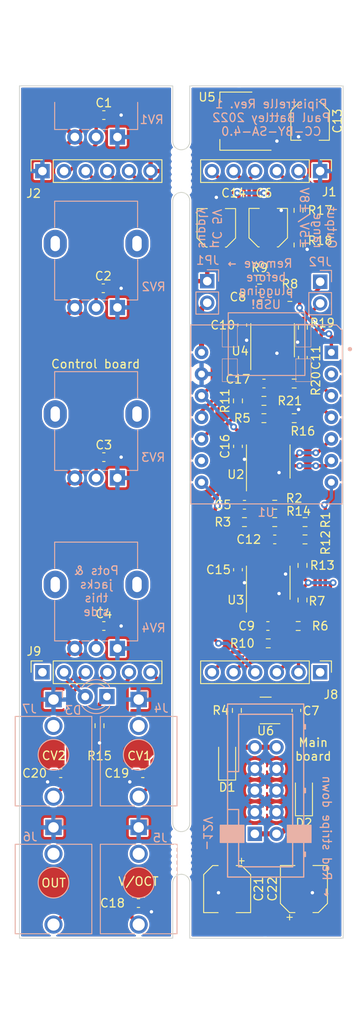
<source format=kicad_pcb>
(kicad_pcb (version 20211014) (generator pcbnew)
  (layers (0 "F.Cu" signal) (31 "B.Cu" signal) (34 "B.Paste" user) (35 "F.Paste" user) (36 "B.SilkS" user "B.Silkscreen") (37 "F.SilkS" user "F.Silkscreen") (38 "B.Mask" user) (39 "F.Mask" user) (44 "Edge.Cuts" user))
  (net 0 "")
  (net 1 "+12V")
  (net 2 "GND")
  (net 3 "+5V")
  (net 4 "/POT1_IN")
  (net 5 "/POT2_IN")
  (net 6 "/POT3_IN")
  (net 7 "/POT4_IN")
  (net 8 "/AUDIO_OUT")
  (net 9 "-12V")
  (net 10 "/VREF_-10")
  (net 11 "+3V3")
  (net 12 "/CV1_IN")
  (net 13 "/CV2_IN")
  (net 14 "/VOCT_IN")
  (net 15 "/JACK_VOCT")
  (net 16 "/JACK_CV1")
  (net 17 "/JACK_CV2")
  (net 18 "/JACK_OUT")
  (net 19 "Net-(C5-Pad1)")
  (net 20 "Net-(C8-Pad2)")
  (net 21 "Net-(C8-Pad1)")
  (net 22 "Net-(C9-Pad1)")
  (net 23 "Net-(C12-Pad1)")
  (net 29 "/CONN_LED")
  (net 30 "/LED")
  (net 31 "Net-(D3-Pad1)")
  (net 32 "GND1")
  (net 33 "/VBIAS")
  (net 34 "/CONN_CV1")
  (net 35 "/CONN_VOCT")
  (net 36 "/CONN_OUT")
  (net 37 "/CONN_CV2")
  (net 38 "/CONN_POT4")
  (net 39 "/CONN_POT2")
  (net 40 "/CONN_POT1")
  (net 41 "/CONN_3V3")
  (net 42 "/CONN_POT3")
  (net 44 "Net-(JP1-Pad2)")
  (net 45 "Net-(JP2-Pad2)")
  (net 46 "Net-(R16-Pad1)")
  (net 47 "Net-(U2-Pad6)")
  (net 48 "Net-(C17-Pad2)")
  (net 49 "Net-(C17-Pad1)")
  (net 52 "Net-(J3-Pad10)")
  (net 53 "Net-(J3-Pad1)")
  (footprint "Resistor_SMD:R_0603_1608Metric" (layer "F.Cu") (at 183.528 101.181 180)
    (fp_text reference "R1")
    (fp_text value "100k")
  )
  (footprint "Capacitor_SMD:C_0603_1608Metric" (layer "F.Cu") (at 178.704773 84.925)
    (fp_text reference "C17")
    (fp_text value "47p")
  )
  (footprint "Capacitor_SMD:CP_Elec_5x5.9" (layer "F.Cu") (at 183.401 144.234 90)
    (fp_text reference "C22")
    (fp_text value "22u")
  )
  (footprint "Resistor_SMD:R_0603_1608Metric" (layer "F.Cu") (at 178.194 72.733)
    (fp_text reference "R9")
    (fp_text value "100k")
  )
  (footprint "Resistor_SMD:R_0603_1608Metric" (layer "F.Cu") (at 179.972 101.181 180)
    (fp_text reference "R14")
    (fp_text value "56k")
  )
  (footprint "Capacitor_SMD:C_0603_1608Metric" (layer "F.Cu") (at 163.97 145.885)
    (fp_text reference "C18")
    (fp_text value "1n")
  )
  (footprint "Resistor_SMD:R_0603_1608Metric" (layer "F.Cu") (at 179.972 99.149 180)
    (fp_text reference "R2")
    (fp_text value "200k")
  )
  (footprint "Connector_PinSocket_2.54mm:PinSocket_1x06_P2.54mm_Vertical" (layer "F.Cu") (at 152.6964 60 90)
    (fp_text reference "J2")
    (fp_text value "C2F")
  )
  (footprint "Capacitor_SMD:C_0603_1608Metric" (layer "F.Cu") (at 154.8384 130.645 180)
    (fp_text reference "C20")
    (fp_text value "1n")
  )
  (footprint "Resistor_SMD:R_0603_1608Metric" (layer "F.Cu") (at 182.766 68.669 -90)
    (fp_text reference "R18")
    (fp_text value "200k")
  )
  (footprint "Capacitor_SMD:C_0603_1608Metric" (layer "F.Cu") (at 182.512 123.279 -90)
    (fp_text reference "C7")
    (fp_text value "100n")
  )
  (footprint "Personal:Mouse_bite_2x5mm" (layer "F.Cu") (at 169 60 90)
    (fp_text reference "mouse-bite-2x5mm" hide)
    (fp_text value "VAL**" hide)
  )
  (footprint "Resistor_SMD:R_0603_1608Metric" (layer "F.Cu") (at 178.702 88.989)
    (fp_text reference "R5")
    (fp_text value "100k")
  )
  (footprint "Resistor_SMD:R_0603_1608Metric" (layer "F.Cu") (at 182.258 84.925)
    (fp_text reference "R20")
    (fp_text value "20k")
  )
  (footprint "Capacitor_SMD:C_0603_1608Metric" (layer "F.Cu") (at 176.416 99.149 180)
    (fp_text reference "C5")
    (fp_text value "47p")
  )
  (footprint "Resistor_SMD:R_0603_1608Metric" (layer "F.Cu") (at 182.766 64.605 -90)
    (fp_text reference "R17")
    (fp_text value "330k")
  )
  (footprint "Capacitor_SMD:C_0603_1608Metric" (layer "F.Cu") (at 176.162 78.067 -90)
    (fp_text reference "C10")
    (fp_text value "100n")
  )
  (footprint "Capacitor_SMD:C_0603_1608Metric" (layer "F.Cu") (at 175.654 106.769 -90)
    (fp_text reference "C15")
    (fp_text value "100n")
  )
  (footprint "Resistor_SMD:R_0603_1608Metric" (layer "F.Cu") (at 182.258 88.989)
    (fp_text reference "R16")
    (fp_text value "100k")
  )
  (footprint "Capacitor_SMD:C_0603_1608Metric" (layer "F.Cu") (at 159.906 113.373)
    (fp_text reference "C4")
    (fp_text value "100n")
  )
  (footprint "Connector_PinHeader_2.54mm:PinHeader_1x06_P2.54mm_Vertical" (layer "F.Cu") (at 185.3 118.8 -90)
    (fp_text reference "J8")
    (fp_text value "C1M")
  )
  (footprint "Resistor_SMD:R_0603_1608Metric" (layer "F.Cu") (at 159.398 125.0692 -90)
    (fp_text reference "R15")
    (fp_text value "68")
  )
  (footprint "Resistor_SMD:R_0603_1608Metric" (layer "F.Cu") (at 179.21 115.405 180)
    (fp_text reference "R10")
    (fp_text value "33k")
  )
  (footprint "Resistor_SMD:R_0603_1608Metric" (layer "F.Cu") (at 175.527 123.279 90)
    (fp_text reference "R4")
    (fp_text value "2.2k")
  )
  (footprint "Capacitor_SMD:C_Elec_4x5.4" (layer "F.Cu") (at 184.1264 54.1199 -90)
    (fp_text reference "C13")
    (fp_text value "10u")
  )
  (footprint "Capacitor_SMD:C_0603_1608Metric" (layer "F.Cu") (at 178.194 74.765)
    (fp_text reference "C8")
    (fp_text value "47p")
  )
  (footprint "Capacitor_SMD:C_0603_1608Metric" (layer "F.Cu") (at 164.478 130.645 180)
    (fp_text reference "C19")
    (fp_text value "1n")
  )
  (footprint "Capacitor_SMD:C_Elec_4x5.4" (layer "F.Cu") (at 173.114 66.6573 90)
    (fp_text reference "C14")
    (fp_text value "10u")
  )
  (footprint "Connector_PinHeader_2.54mm:PinHeader_1x06_P2.54mm_Vertical" (layer "F.Cu") (at 185.3 60 -90)
    (fp_text reference "J1")
    (fp_text value "C2M")
  )
  (footprint "Package_SO:SOIC-8_3.9x4.9mm_P1.27mm" (layer "F.Cu") (at 179.21 108.293 90)
    (fp_text reference "U3")
    (fp_text value "MCP6002-xSN")
  )
  (footprint "Capacitor_SMD:C_0603_1608Metric" (layer "F.Cu") (at 159.8419 73.749)
    (fp_text reference "C2")
    (fp_text value "100n")
  )
  (footprint "Resistor_SMD:R_0603_1608Metric" (layer "F.Cu") (at 183.528 103.213 180)
    (fp_text reference "R12")
    (fp_text value "100k")
  )
  (footprint "Package_TO_SOT_SMD:SOT-223-3_TabPin2" (layer "F.Cu") (at 175.4392 54.139 180)
    (fp_text reference "U5")
    (fp_text value "LM1117-5.0")
  )
  (footprint "Connector_PinSocket_2.54mm:PinSocket_1x06_P2.54mm_Vertical" (layer "F.Cu") (at 152.6964 118.8 90)
    (fp_text reference "J9")
    (fp_text value "C1F")
  )
  (footprint "Capacitor_SMD:C_0603_1608Metric" (layer "F.Cu") (at 183.274 81.877 -90)
    (fp_text reference "C11")
    (fp_text value "100n")
  )
  (footprint "Resistor_SMD:R_0603_1608Metric" (layer "F.Cu") (at 181.75 74.765)
    (fp_text reference "R8")
    (fp_text value "100k")
  )
  (footprint "Resistor_SMD:R_0603_1608Metric" (layer "F.Cu") (at 183.23244 106.261 90)
    (fp_text reference "R13")
    (fp_text value "180k")
  )
  (footprint "Resistor_SMD:R_0603_1608Metric" (layer "F.Cu") (at 183.274 78.321 90)
    (fp_text reference "R19")
    (fp_text value "13k")
  )
  (footprint "Personal:Mouse_bite_2x5mm" (layer "F.Cu") (at 169 140 90)
    (fp_text reference "mouse-bite-2x5mm" hide)
    (fp_text value "VAL**" hide)
  )
  (footprint "Personal:SOD-123FL" (layer "F.Cu") (at 174.384 129.248 90)
    (fp_text reference "D1")
    (fp_text value "SM4007PL")
  )
  (footprint "Resistor_SMD:R_0603_1608Metric" (layer "F.Cu") (at 176.416 101.181 180)
    (fp_text reference "R3")
    (fp_text value "33k")
  )
  (footprint "Resistor_SMD:R_0603_1608Metric" (layer "F.Cu") (at 183.23244 110.325 -90)
    (fp_text reference "R7")
    (fp_text value "200k")
  )
  (footprint "Resistor_SMD:R_0603_1608Metric" (layer "F.Cu") (at 178.702 86.957)
    (fp_text reference "R21")
    (fp_text value "100k")
  )
  (footprint "Capacitor_SMD:C_0603_1608Metric" (layer "F.Cu") (at 179.16844 113.373 180)
    (fp_text reference "C9")
    (fp_text value "47p")
  )
  (footprint "Capacitor_SMD:C_0603_1608Metric" (layer "F.Cu") (at 179.972 103.213 180)
    (fp_text reference "C12")
    (fp_text value "47p")
  )
  (footprint "Capacitor_SMD:C_0603_1608Metric" (layer "F.Cu") (at 159.906 53.429)
    (fp_text reference "C1")
    (fp_text value "100n")
  )
  (footprint "Personal:SOD-123FL" (layer "F.Cu") (at 183.401 133.439 90)
    (fp_text reference "D2")
    (fp_text value "SM4007PL")
  )
  (footprint "Capacitor_SMD:C_Elec_4x5.4" (layer "F.Cu") (at 179.21 66.637 90)
    (fp_text reference "C6")
    (fp_text value "1u")
  )
  (footprint "Resistor_SMD:R_0603_1608Metric" (layer "F.Cu") (at 175.654 86.957 90)
    (fp_text reference "R11")
    (fp_text value "1k")
  )
  (footprint "Capacitor_SMD:CP_Elec_5x5.9" (layer "F.Cu") (at 174.384 144.24 -90)
    (fp_text reference "C21")
    (fp_text value "22u")
  )
  (footprint "Capacitor_SMD:C_0603_1608Metric" (layer "F.Cu") (at 175.654 92.291 -90)
    (fp_text reference "C16")
    (fp_text value "100n")
  )
  (footprint "Package_SO:SOIC-8_3.9x4.9mm_P1.27mm" (layer "F.Cu") (at 179.718 79.845 90)
    (fp_text reference "U4")
    (fp_text value "TL072")
  )
  (footprint "Capacitor_SMD:C_0603_1608Metric" (layer "F.Cu") (at 159.906 93.561)
    (fp_text reference "C3")
    (fp_text value "100n")
  )
  (footprint "Package_TO_SOT_SMD:SOT-23" (layer "F.Cu") (at 178.9029 123.279 180)
    (fp_text reference "U6")
    (fp_text value "LM4040DBZ-10")
  )
  (footprint "Resistor_SMD:R_0603_1608Metric" (layer "F.Cu") (at 182.72444 113.373 180)
    (fp_text reference "R6")
    (fp_text value "100k")
  )
  (footprint "Package_SO:SOIC-8_3.9x4.9mm_P1.27mm" (layer "F.Cu") (at 179.21 94.069 90)
    (fp_text reference "U2")
    (fp_text value "MCP6002-xSN")
  )
  (footprint "Personal:Seeeduino_XIAO_THT" (layer "B.Cu") (at 179 88.8874 180)
    (fp_text reference "U1")
    (fp_text value "SeeeduinoXIAO")
  )
  (footprint "Personal:Thonkiconn" (layer "B.Cu") (at 163.9964 137 180)
    (fp_text reference "J5")
    (fp_text value "V/OCT")
  )
  (footprint "Personal:Thonkiconn" (layer "B.Cu") (at 153.9964 137 180)
    (fp_text reference "J6")
    (fp_text value "OUT")
  )
  (footprint "Connector_PinHeader_2.54mm:PinHeader_1x02_P2.54mm_Vertical" (layer "B.Cu") (at 172.0472 72.9108 180)
    (fp_text reference "JP1")
    (fp_text value "5V")
  )
  (footprint "Personal:Thonkiconn" (layer "B.Cu") (at 163.9964 122 180)
    (fp_text reference "J4")
    (fp_text value "CV1")
  )
  (footprint "Personal:Eurorack_10_pin_header" (layer "B.Cu") (at 177.6352 137.757 90)
    (fp_text reference "J3" hide)
    (fp_text value "Eurorack Power")
  )
  (footprint "Personal:Thonkiconn" (layer "B.Cu") (at 153.9964 122 180)
    (fp_text reference "J7")
    (fp_text value "CV2")
  )
  (footprint "Connector_PinHeader_2.54mm:PinHeader_1x02_P2.54mm_Vertical" (layer "B.Cu") (at 185.306 72.982 180)
    (fp_text reference "JP2")
    (fp_text value "Output range")
  )
  (footprint "LED_THT:LED_D3.0mm" (layer "B.Cu") (at 160.2666 121.6534 180)
    (fp_text reference "D3")
    (fp_text value "LED")
  )
  (footprint "Personal:Alpha_9mm_Pot" (layer "B.Cu") (at 161.5 76 90)
    (fp_text reference "RV2")
    (fp_text value "B10k")
  )
  (footprint "Personal:Alpha_9mm_Pot" (layer "B.Cu") (at 161.5 116 90)
    (fp_text reference "RV4")
    (fp_text value "B10k")
  )
  (footprint "Personal:Alpha_9mm_Pot_Overhanging" (layer "B.Cu") (at 161.5 56 90)
    (fp_text reference "RV1")
    (fp_text value "B10k")
  )
  (footprint "Personal:Alpha_9mm_Pot" (layer "B.Cu") (at 161.5 96 90)
    (fp_text reference "RV3")
    (fp_text value "B10k")
  )
  (gr_line (start 150 50) (end 168 50) (layer "Edge.Cuts") (width 0.1))
  (gr_line (start 168 150) (end 150 150) (layer "Edge.Cuts") (width 0.1))
  (gr_arc (start 167.9992 63.5) (mid 168.9992 62.5) (end 169.9992 63.5) (layer "Edge.Cuts") (width 0.1))
  (gr_line (start 168 136.5) (end 167.9992 63.5) (layer "Edge.Cuts") (width 0.1))
  (gr_line (start 169.9992 56.5) (end 170 50) (layer "Edge.Cuts") (width 0.1))
  (gr_line (start 188 150) (end 188 50) (layer "Edge.Cuts") (width 0.1))
  (gr_arc (start 167.9992 143.5) (mid 168.9992 142.5) (end 169.9992 143.5) (layer "Edge.Cuts") (width 0.1))
  (gr_line (start 188 150) (end 170 150) (layer "Edge.Cuts") (width 0.1))
  (gr_arc (start 169.9992 56.5) (mid 168.9992 57.5) (end 167.9992 56.5) (layer "Edge.Cuts") (width 0.1))
  (gr_line (start 167.9992 143.5) (end 168 150) (layer "Edge.Cuts") (width 0.1))
  (gr_line (start 170 50) (end 188 50) (layer "Edge.Cuts") (width 0.1))
  (gr_line (start 150 150) (end 150 50) (layer "Edge.Cuts") (width 0.1))
  (gr_line (start 170 150) (end 169.9992 143.5) (layer "Edge.Cuts") (width 0.1))
  (gr_line (start 168 50) (end 167.9992 56.5) (layer "Edge.Cuts") (width 0.1))
  (gr_line (start 169.9992 63.5) (end 170 136.5) (layer "Edge.Cuts") (width 0.1))
  (gr_arc (start 170 136.5) (mid 169 137.5) (end 168 136.5) (layer "Edge.Cuts") (width 0.1))
  (gr_text "← Red stripe down" (at 186.0934 138.0872 270) (layer "B.SilkS") (effects (font (size 1 1) (thickness 0.1524)) (justify mirror)))
  (gr_text "Pots &\njacks\nthis\nside" (at 159.017 109.2836) (layer "B.SilkS") (effects (font (size 1 1) (thickness 0.1524)) (justify mirror)))
  (gr_text "µC 5V\nsupply" (at 172.352 69.177 270) (layer "B.SilkS") (effects (font (size 1 1) (thickness 0.1524)) (justify left mirror)))
  (gr_text "Output\nrange\n±5V/±8V" (at 185.052 69.177 270) (layer "B.SilkS") (effects (font (size 1 1) (thickness 0.1524)) (justify left mirror)))
  (gr_text "  Remove →\nbefore\nplugging\nUSB!" (at 178.956 73.241) (layer "B.SilkS") (effects (font (size 1 1) (thickness 0.1524)) (justify mirror)))
  (gr_text "Pipistrelle Rev. 1\nPaul Battley 2022\nCC-BY-SA-4.0" (at 179.5656 53.7338) (layer "B.SilkS") (effects (font (size 1 1) (thickness 0.1524)) (justify mirror)))
  (gr_text "OUT" (at 154.0132 143.5228) (layer "F.SilkS") (effects (font (size 1 1) (thickness 0.1524))))
  (gr_text "CV1" (at 164.0716 128.613) (layer "F.SilkS") (effects (font (size 1 1) (thickness 0.1524))))
  (gr_text "CV2" (at 154.0386 128.5876) (layer "F.SilkS") (effects (font (size 1 1) (thickness 0.1524))))
  (gr_text "V/OCT" (at 163.97 143.345) (layer "F.SilkS") (effects (font (size 1 1) (thickness 0.1524))))
  (gr_text "Main\nboard" (at 184.4932 127.851) (layer "F.SilkS") (effects (font (size 1 1) (thickness 0.1524))))
  (gr_text "Control board" (at 158.9408 82.639) (layer "F.SilkS") (effects (font (size 1 1) (thickness 0.1524))))
  (segment (start 176.162 77.292) (end 176.24 77.37) (width 0.4) (layer "F.Cu") (net 1))
  (segment (start 176.24 77.37) (end 177.813 77.37) (width 0.4) (layer "F.Cu") (net 1))
  (segment (start 178.5892 51.839) (end 178.8392 51.839) (width 0.4) (layer "F.Cu") (net 1))
  (segment (start 176.416 108.293) (end 176.403 108.293) (width 0.4) (layer "F.Cu") (net 2))
  (segment (start 184.1264 55.7949) (end 182.9401 55.7949) (width 0.4) (layer "F.Cu") (net 2))
  (segment (start 173.368 144.6658) (end 174.384 145.6818) (width 0.4) (layer "F.Cu") (net 2))
  (segment (start 181.115 105.818) (end 181.115 107.15) (width 0.25) (layer "F.Cu") (net 2))
  (segment (start 181.115 110.768) (end 181.115 110.198) (width 0.4) (layer "F.Cu") (net 2))
  (segment (start 183.465 69.494) (end 183.782 69.177) (width 0.4) (layer "F.Cu") (net 2))
  (segment (start 182.660744 80.488744) (end 183.274 81.102) (width 0.4) (layer "F.Cu") (net 2))
  (segment (start 180.377 64.962) (end 180.734 64.605) (width 0.4) (layer "F.Cu") (net 2))
  (segment (start 182.9401 55.7949) (end 182.766 55.969) (width 0.4) (layer "F.Cu") (net 2))
  (segment (start 178.5892 56.439) (end 180.188 56.439) (width 0.4) (layer "F.Cu") (net 2))
  (segment (start 183.401 145.6564) (end 183.401 147.034) (width 0.4) (layer "F.Cu") (net 2))
  (segment (start 176.67 79.845) (end 176.162 79.337) (width 0.4) (layer "F.Cu") (net 2))
  (segment (start 176.403 108.293) (end 175.654 107.544) (width 0.4) (layer "F.Cu") (net 2))
  (segment (start 180.226 81.369) (end 180.353 81.496) (width 0.4) (layer "F.Cu") (net 2))
  (segment (start 180.353 81.496) (end 180.353 82.32) (width 0.4) (layer "F.Cu") (net 2))
  (segment (start 176.416 93.815) (end 176.403 93.815) (width 0.4) (layer "F.Cu") (net 2))
  (segment (start 182.766 87.973) (end 183.083 88.29) (width 0.4) (layer "F.Cu") (net 2))
  (segment (start 179.21 64.962) (end 180.377 64.962) (width 0.4) (layer "F.Cu") (net 2))
  (segment (start 182.660744 80.07042) (end 182.660744 80.488744) (width 0.4) (layer "F.Cu") (net 2))
  (segment (start 173.114 64.9823) (end 173.114 63.081) (width 0.4) (layer "F.Cu") (net 2))
  (segment (start 176.403 93.815) (end 175.654 93.066) (width 0.4) (layer "F.Cu") (net 2))
  (segment (start 179.845 110.198) (end 180.48 109.563) (width 0.4) (layer "F.Cu") (net 2))
  (segment (start 184.3916 144.6658) (end 183.401 145.6564) (width 0.4) (layer "F.Cu") (net 2))
  (segment (start 181.115 96.0115) (end 181.115 96.544) (width 0.4) (layer "F.Cu") (net 2))
  (segment (start 183.083 88.29) (end 183.083 88.989) (width 0.4) (layer "F.Cu") (net 2))
  (segment (start 180.48 95.3765) (end 179.845 96.0115) (width 0.4) (layer "F.Cu") (net 2))
  (segment (start 180.188 56.439) (end 180.226 56.477) (width 0.4) (layer "F.Cu") (net 2))
  (segment (start 181.115 107.15) (end 181.242 107.277) (width 0.25) (layer "F.Cu") (net 2))
  (segment (start 179.845 96.0115) (end 179.845 96.544) (width 0.4) (layer "F.Cu") (net 2))
  (segment (start 176.162 79.337) (end 176.162 78.842) (width 0.4) (layer "F.Cu") (net 2))
  (segment (start 181.115 110.198) (end 180.48 109.563) (width 0.4) (layer "F.Cu") (net 2))
  (segment (start 182.766 69.494) (end 183.465 69.494) (width 0.4) (layer "F.Cu") (net 2))
  (segment (start 174.384 145.6818) (end 174.384 147.04) (width 0.4) (layer "F.Cu") (net 2))
  (segment (start 179.845 110.768) (end 179.845 110.198) (width 0.4) (layer "F.Cu") (net 2))
  (segment (start 180.48 95.3765) (end 181.115 96.0115) (width 0.4) (layer "F.Cu") (net 2))
  (via (at 180.48 109.563) (size 0.8) (drill 0.4) (layers "F.Cu" "B.Cu") (net 2))
  (via (at 173.114 63.081) (size 0.8) (drill 0.4) (layers "F.Cu" "B.Cu") (net 2))
  (via (at 176.416 108.293) (size 0.8) (drill 0.4) (layers "F.Cu" "B.Cu") (net 2))
  (via (at 173.368 144.6658) (size 0.8) (drill 0.4) (layers "F.Cu" "B.Cu") (net 2))
  (via (at 181.242 107.277) (size 0.8) (drill 0.4) (layers "F.Cu" "B.Cu") (net 2))
  (via (at 184.3916 144.6658) (size 0.8) (drill 0.4) (layers "F.Cu" "B.Cu") (net 2))
  (via (at 183.782 69.177) (size 0.8) (drill 0.4) (layers "F.Cu" "B.Cu") (net 2))
  (via (at 180.226 56.477) (size 0.8) (drill 0.4) (layers "F.Cu" "B.Cu") (net 2))
  (via (at 180.48 95.3765) (size 0.8) (drill 0.4) (layers "F.Cu" "B.Cu") (net 2))
  (via (at 182.766 55.969) (size 0.8) (drill 0.4) (layers "F.Cu" "B.Cu") (net 2))
  (via (at 180.226 81.369) (size 0.8) (drill 0.4) (layers "F.Cu" "B.Cu") (net 2))
  (via (at 176.67 79.845) (size 0.8) (drill 0.4) (layers "F.Cu" "B.Cu") (net 2))
  (via (at 176.416 93.815) (size 0.8) (drill 0.4) (layers "F.Cu" "B.Cu") (net 2))
  (via (at 180.734 64.605) (size 0.8) (drill 0.4) (layers "F.Cu" "B.Cu") (net 2))
  (via (at 182.766 87.973) (size 0.8) (drill 0.4) (layers "F.Cu" "B.Cu") (net 2))
  (via (at 182.660744 80.07042) (size 0.8) (drill 0.4) (layers "F.Cu" "B.Cu") (net 2))
  (segment (start 172.2892 54.139) (end 178.5892 54.139) (width 0.6) (layer "F.Cu") (net 3))
  (segment (start 171.38 88.8874) (end 171.38 88.183) (width 0.4) (layer "F.Cu") (net 4))
  (segment (start 173.896231 76.354619) (end 173.896231 71.782619) (width 0.4) (layer "F.Cu") (net 4))
  (segment (start 171.38 88.183) (end 173.24624 86.31676) (width 0.4) (layer "F.Cu") (net 4))
  (segment (start 176.3652 69.31365) (end 176.3652 61.2252) (width 0.4) (layer "F.Cu") (net 4))
  (segment (start 173.24624 77.00461) (end 173.896231 76.354619) (width 0.4) (layer "F.Cu") (net 4))
  (segment (start 173.896231 71.782619) (end 176.3652 69.31365) (width 0.4) (layer "F.Cu") (net 4))
  (segment (start 173.24624 86.31676) (end 173.24624 77.00461) (width 0.4) (layer "F.Cu") (net 4))
  (segment (start 176.3652 61.2252) (end 175.14 60) (width 0.4) (layer "F.Cu") (net 4))
  (segment (start 176.96472 60.976871) (end 177.68 60.261591) (width 0.4) (layer "F.Cu") (net 5))
  (segment (start 174.495751 72.030948) (end 176.96472 69.561979) (width 0.4) (layer "F.Cu") (net 5))
  (segment (start 174.495751 76.602948) (end 174.495751 72.030948) (width 0.4) (layer "F.Cu") (net 5))
  (segment (start 173.84576 77.25294) (end 174.495751 76.602948) (width 0.4) (layer "F.Cu") (net 5))
  (segment (start 177.68 60.261591) (end 177.68 60) (width 0.4) (layer "F.Cu") (net 5))
  (segment (start 172.606 90.2014) (end 172.606 87.80485) (width 0.4) (layer "F.Cu") (net 5))
  (segment (start 176.96472 69.561979) (end 176.96472 60.976871) (width 0.4) (layer "F.Cu") (net 5))
  (segment (start 173.84576 86.56509) (end 173.84576 77.25294) (width 0.4) (layer "F.Cu") (net 5))
  (segment (start 171.38 91.4274) (end 172.606 90.2014) (width 0.4) (layer "F.Cu") (net 5))
  (segment (start 172.606 87.80485) (end 173.84576 86.56509) (width 0.4) (layer "F.Cu") (net 5))
  (segment (start 183.134661 61.249511) (end 186.73848 64.85333) (width 0.4) (layer "F.Cu") (net 6))
  (segment (start 186.73848 76.67567) (end 184.820969 78.593181) (width 0.4) (layer "F.Cu") (net 6))
  (segment (start 184.820969 87.088369) (end 186.62 88.8874) (width 0.4) (layer "F.Cu") (net 6))
  (segment (start 186.73848 64.85333) (end 186.73848 76.67567) (width 0.4) (layer "F.Cu") (net 6))
  (segment (start 181.469511 61.249511) (end 183.134661 61.249511) (width 0.4) (layer "F.Cu") (net 6))
  (segment (start 184.820969 78.593181) (end 184.820969 87.088369) (width 0.4) (layer "F.Cu") (net 6))
  (segment (start 180.22 60) (end 181.469511 61.249511) (width 0.4) (layer "F.Cu") (net 6))
  (segment (start 182.76 60) (end 182.76 60.027) (width 0.4) (layer "F.Cu") (net 7))
  (segment (start 187.338 76.924) (end 186.986809 77.27519) (width 0.4) (layer "F.Cu") (net 7))
  (segment (start 187.338 64.605001) (end 187.338 76.924) (width 0.4) (layer "F.Cu") (net 7))
  (segment (start 182.76 60.027) (end 187.338 64.605001) (width 0.4) (layer "F.Cu") (net 7))
  (segment (start 186.986809 77.27519) (end 185.420489 78.841511) (width 0.4) (layer "F.Cu") (net 7))
  (segment (start 185.420489 85.147889) (end 186.62 86.3474) (width 0.4) (layer "F.Cu") (net 7))
  (segment (start 185.420489 78.841511) (end 185.420489 85.147889) (width 0.4) (layer "F.Cu") (net 7))
  (segment (start 182.89098 75.08098) (end 182.575 74.765) (width 0.4) (layer "F.Cu") (net 8))
  (segment (start 182.89098 76.035) (end 182.89098 75.08098) (width 0.4) (layer "F.Cu") (net 8))
  (segment (start 186.62 79.381) (end 186.322 79.083) (width 0.4) (layer "F.Cu") (net 8))
  (segment (start 186.62 81.2674) (end 186.62 79.381) (width 0.4) (layer "F.Cu") (net 8))
  (via (at 186.322 79.083) (size 0.8) (drill 0.4) (layers "F.Cu" "B.Cu") (net 8))
  (via (at 182.89098 76.035) (size 0.8) (drill 0.4) (layers "F.Cu" "B.Cu") (net 8))
  (segment (start 182.89098 76.289) (end 185.68498 79.083) (width 0.4) (layer "B.Cu") (net 8))
  (segment (start 185.68498 79.083) (end 186.322 79.083) (width 0.4) (layer "B.Cu") (net 8))
  (segment (start 182.89098 76.035) (end 182.89098 76.289) (width 0.4) (layer "B.Cu") (net 8))
  (segment (start 183.274 82.652) (end 181.955 82.652) (width 0.4) (layer "F.Cu") (net 9))
  (segment (start 181.955 82.652) (end 181.623 82.32) (width 0.4) (layer "F.Cu") (net 9))
  (segment (start 186.50504 114.283798) (end 184.009511 116.779327) (width 0.4) (layer "F.Cu") (net 10))
  (segment (start 184.10696 106.21148) (end 184.10696 104.987671) (width 0.4) (layer "F.Cu") (net 10))
  (segment (start 183.23244 109.5) (end 183.23244 108.96754) (width 0.4) (layer "F.Cu") (net 10))
  (segment (start 183.23244 107.086) (end 183.23244 107.61846) (width 0.4) (layer "F.Cu") (net 10))
  (segment (start 183.55348 100.69848) (end 182.004 99.149) (width 0.4) (layer "F.Cu") (net 10))
  (segment (start 184.009511 116.779327) (end 184.009511 121.006489) (width 0.4) (layer "F.Cu") (net 10))
  (segment (start 182.004 99.149) (end 180.797 99.149) (width 0.4) (layer "F.Cu") (net 10))
  (segment (start 184.009511 121.006489) (end 182.512 122.504) (width 0.4) (layer "F.Cu") (net 10))
  (segment (start 184.10696 104.987671) (end 183.55348 104.434191) (width 0.4) (layer "F.Cu") (net 10))
  (segment (start 183.23244 107.086) (end 184.10696 106.21148) (width 0.4) (layer "F.Cu") (net 10))
  (segment (start 183.23244 108.96754) (end 183.90698 108.293) (width 0.4) (layer "F.Cu") (net 10))
  (segment (start 175.652 122.329) (end 175.527 122.454) (width 0.4) (layer "F.Cu") (net 10))
  (segment (start 183.55348 104.434191) (end 183.55348 100.69848) (width 0.4) (layer "F.Cu") (net 10))
  (segment (start 183.23244 107.61846) (end 183.90698 108.293) (width 0.4) (layer "F.Cu") (net 10))
  (segment (start 186.83 108.293) (end 186.50504 108.61796) (width 0.4) (layer "F.Cu") (net 10))
  (segment (start 179.8404 122.329) (end 180.2961 122.329) (width 0.4) (layer "F.Cu") (net 10))
  (segment (start 179.8404 122.329) (end 175.652 122.329) (width 0.4) (layer "F.Cu") (net 10))
  (segment (start 186.50504 108.61796) (end 186.50504 114.283798) (width 0.4) (layer "F.Cu") (net 10))
  (via (at 183.90698 108.293) (size 0.8) (drill 0.4) (layers "F.Cu" "B.Cu") (net 10))
  (via (at 186.83 108.293) (size 0.8) (drill 0.4) (layers "F.Cu" "B.Cu") (net 10))
  (segment (start 183.90698 108.293) (end 186.83 108.293) (width 0.4) (layer "B.Cu") (net 10))
  (segment (start 175.76568 62.77298) (end 175.5657 62.573) (width 0.4) (layer "F.Cu") (net 11))
  (segment (start 175.76568 69.06532) (end 173.296711 71.534289) (width 0.4) (layer "F.Cu") (net 11))
  (segment (start 173.296711 76.106289) (end 172.64672 76.75628) (width 0.4) (layer "F.Cu") (net 11))
  (segment (start 174.03848 104.37848) (end 175.654 105.994) (width 0.4) (layer "F.Cu") (net 11))
  (segment (start 178.702 62.573) (end 181.559 62.573) (width 0.4) (layer "F.Cu") (net 11))
  (segment (start 172.64672 76.75628) (end 172.64672 85.08068) (width 0.4) (layer "F.Cu") (net 11))
  (segment (start 175.5657 62.573) (end 175.173 62.573) (width 0.4) (layer "F.Cu") (net 11))
  (segment (start 175.146 90.005) (end 175.654 90.513) (width 0.4) (layer "F.Cu") (net 11))
  (segment (start 173.296711 71.534289) (end 173.296711 76.106289) (width 0.4) (layer "F.Cu") (net 11))
  (segment (start 175.654 91.516) (end 175.654 91.529) (width 0.4) (layer "F.Cu") (net 11))
  (segment (start 175.654 91.529) (end 174.03848 93.14452) (width 0.4) (layer "F.Cu") (net 11))
  (segment (start 175.173 62.573) (end 172.6 60) (width 0.4) (layer "F.Cu") (net 11))
  (segment (start 175.654 91.516) (end 175.732 91.594) (width 0.4) (layer "F.Cu") (net 11))
  (segment (start 181.559 62.573) (end 182.766 63.78) (width 0.4) (layer "F.Cu") (net 11))
  (segment (start 175.654 105.994) (end 177.129 105.994) (width 0.4) (layer "F.Cu") (net 11))
  (segment (start 172.64672 85.08068) (end 171.38 86.3474) (width 0.4) (layer "F.Cu") (net 11))
  (segment (start 175.654 90.513) (end 175.654 91.516) (width 0.4) (layer "F.Cu") (net 11))
  (segment (start 175.732 91.594) (end 177.305 91.594) (width 0.4) (layer "F.Cu") (net 11))
  (segment (start 175.76568 69.06532) (end 175.76568 62.77298) (width 0.4) (layer "F.Cu") (net 11))
  (segment (start 177.305 89.561) (end 177.877 88.989) (width 0.4) (layer "F.Cu") (net 11))
  (segment (start 177.129 105.994) (end 177.305 105.818) (width 0.4) (layer "F.Cu") (net 11))
  (segment (start 177.305 91.594) (end 177.305 89.561) (width 0.4) (layer "F.Cu") (net 11))
  (segment (start 174.03848 93.14452) (end 174.03848 104.37848) (width 0.4) (layer "F.Cu") (net 11))
  (via (at 175.5657 62.573) (size 0.8) (drill 0.4) (layers "F.Cu" "B.Cu") (net 11))
  (via (at 175.146 90.005) (size 0.8) (drill 0.4) (layers "F.Cu" "B.Cu") (net 11))
  (via (at 178.702 62.573) (size 0.8) (drill 0.4) (layers "F.Cu" "B.Cu") (net 11))
  (segment (start 178.702 62.573) (end 175.5657 62.573) (width 0.4) (layer "B.Cu") (net 11))
  (segment (start 175.146 90.005) (end 171.4884 86.3474) (width 0.4) (layer "B.Cu") (net 11))
  (segment (start 171.4884 86.3474) (end 171.38 86.3474) (width 0.4) (layer "B.Cu") (net 11))
  (segment (start 177.305 110.768) (end 177.305 112.28456) (width 0.4) (layer "F.Cu") (net 12))
  (segment (start 177.305 112.28456) (end 178.39344 113.373) (width 0.4) (layer "F.Cu") (net 12))
  (segment (start 172.987 99.52798) (end 172.987 106.45) (width 0.4) (layer "F.Cu") (net 12))
  (segment (start 173.23898 99.276) (end 172.987 99.52798) (width 0.4) (layer "F.Cu") (net 12))
  (segment (start 178.385 115.405) (end 178.385 113.38144) (width 0.4) (layer "F.Cu") (net 12))
  (segment (start 172.987 106.45) (end 177.305 110.768) (width 0.4) (layer "F.Cu") (net 12))
  (segment (start 178.385 113.38144) (end 178.39344 113.373) (width 0.4) (layer "F.Cu") (net 12))
  (via (at 173.23898 99.276) (size 0.8) (drill 0.4) (layers "F.Cu" "B.Cu") (net 12))
  (segment (start 173.23898 98.36638) (end 171.38 96.5074) (width 0.4) (layer "B.Cu") (net 12))
  (segment (start 173.23898 99.276) (end 173.23898 98.36638) (width 0.4) (layer "B.Cu") (net 12))
  (segment (start 175.641 98.208) (end 177.305 96.544) (width 0.4) (layer "F.Cu") (net 13))
  (segment (start 178.2387 94.577) (end 177.305 95.5107) (width 0.4) (layer "F.Cu") (net 13))
  (segment (start 175.591 101.181) (end 175.641 101.131) (width 0.4) (layer "F.Cu") (net 13))
  (segment (start 175.641 101.131) (end 175.641 99.149) (width 0.4) (layer "F.Cu") (net 13))
  (segment (start 184.798 94.577) (end 186.0104 94.577) (width 0.4) (layer "F.Cu") (net 13))
  (segment (start 175.641 99.149) (end 175.641 98.208) (width 0.4) (layer "F.Cu") (net 13))
  (segment (start 177.305 95.5107) (end 177.305 96.544) (width 0.4) (layer "F.Cu") (net 13))
  (segment (start 182.893 94.577) (end 178.2387 94.577) (width 0.4) (layer "F.Cu") (net 13))
  (segment (start 186.0104 94.577) (end 186.62 93.9674) (width 0.4) (layer "F.Cu") (net 13))
  (via (at 184.798 94.577) (size 0.8) (drill 0.4) (layers "F.Cu" "B.Cu") (net 13))
  (via (at 182.893 94.577) (size 0.8) (drill 0.4) (layers "F.Cu" "B.Cu") (net 13))
  (segment (start 184.798 94.577) (end 182.893 94.577) (width 0.4) (layer "B.Cu") (net 13))
  (segment (start 179.197 101.231) (end 179.197 103.213) (width 0.4) (layer "F.Cu") (net 14))
  (segment (start 178.575 103.835) (end 178.575 105.818) (width 0.4) (layer "F.Cu") (net 14))
  (segment (start 182.893 93.053) (end 181.96852 93.97748) (width 0.4) (layer "F.Cu") (net 14))
  (segment (start 177.682618 104.44348) (end 178.575 105.335862) (width 0.4) (layer "F.Cu") (net 14))
  (segment (start 184.798 93.053) (end 184.9944 93.053) (width 0.4) (layer "F.Cu") (net 14))
  (segment (start 174.638 101.943) (end 177.13848 104.44348) (width 0.4) (layer "F.Cu") (net 14))
  (segment (start 177.13848 104.44348) (end 177.682618 104.44348) (width 0.4) (layer "F.Cu") (net 14))
  (segment (start 178.575 105.335862) (end 178.575 105.818) (width 0.4) (layer "F.Cu") (net 14))
  (segment (start 181.96852 93.97748) (end 177.99037 93.97748) (width 0.4) (layer "F.Cu") (net 14))
  (segment (start 179.147 101.181) (end 179.197 101.231) (width 0.4) (layer "F.Cu") (net 14))
  (segment (start 177.99037 93.97748) (end 174.638 97.32985) (width 0.4) (layer "F.Cu") (net 14))
  (segment (start 184.9944 93.053) (end 186.62 91.4274) (width 0.4) (layer "F.Cu") (net 14))
  (segment (start 174.638 97.32985) (end 174.638 101.943) (width 0.4) (layer "F.Cu") (net 14))
  (segment (start 179.197 103.213) (end 178.575 103.835) (width 0.4) (layer "F.Cu") (net 14))
  (via (at 184.798 93.053) (size 0.8) (drill 0.4) (layers "F.Cu" "B.Cu") (net 14))
  (via (at 182.893 93.053) (size 0.8) (drill 0.4) (layers "F.Cu" "B.Cu") (net 14))
  (segment (start 182.893 93.053) (end 184.798 93.053) (width 0.4) (layer "B.Cu") (net 14))
  (segment (start 176.91948 117.02052) (end 181.224769 117.02052) (width 0.4) (layer "F.Cu") (net 15))
  (segment (start 181.224769 117.02052) (end 184.70648 113.538809) (width 0.4) (layer "F.Cu") (net 15))
  (segment (start 184.70648 103.56648) (end 184.353 103.213) (width 0.4) (layer "F.Cu") (net 15))
  (segment (start 184.70648 113.538809) (end 184.70648 103.56648) (width 0.4) (layer "F.Cu") (net 15))
  (segment (start 175.14 118.8) (end 176.91948 117.02052) (width 0.4) (layer "F.Cu") (net 15))
  (segment (start 183.54944 113.847999) (end 180.976439 116.421) (width 0.4) (layer "F.Cu") (net 16))
  (segment (start 183.54944 113.373) (end 183.54944 113.847999) (width 0.4) (layer "F.Cu") (net 16))
  (segment (start 180.976439 116.421) (end 174.979 116.421) (width 0.4) (layer "F.Cu") (net 16))
  (segment (start 174.979 116.421) (end 172.6 118.8) (width 0.4) (layer "F.Cu") (net 16))
  (segment (start 180.293139 118.8) (end 180.22 118.8) (width 0.4) (layer "F.Cu") (net 17))
  (segment (start 185.306 102.134) (end 185.306 113.787139) (width 0.4) (layer "F.Cu") (net 17))
  (segment (start 185.306 113.787139) (end 180.293139 118.8) (width 0.4) (layer "F.Cu") (net 17))
  (segment (start 184.353 101.181) (end 185.306 102.134) (width 0.4) (layer "F.Cu") (net 17))
  (segment (start 174.346489 89.658546) (end 175.654 88.351035) (width 0.4) (layer "F.Cu") (net 18))
  (segment (start 175.654 88.351035) (end 175.654 87.782) (width 0.4) (layer "F.Cu") (net 18))
  (segment (start 173.43896 92.896191) (end 174.346489 91.988661) (width 0.4) (layer "F.Cu") (net 18))
  (segment (start 174.346489 91.988661) (end 174.346489 89.658546) (width 0.4) (layer "F.Cu") (net 18))
  (segment (start 172.352 98.895) (end 173.43896 97.80804) (width 0.4) (layer "F.Cu") (net 18))
  (segment (start 172.352 114.389) (end 172.352 98.895) (width 0.4) (layer "F.Cu") (net 18))
  (segment (start 173.368 115.405) (end 172.352 114.389) (width 0.4) (layer "F.Cu") (net 18))
  (segment (start 173.43896 97.80804) (end 173.43896 92.896191) (width 0.4) (layer "F.Cu") (net 18))
  (via (at 173.368 115.405) (size 0.8) (drill 0.4) (layers "F.Cu" "B.Cu") (net 18))
  (segment (start 177.68 118.701) (end 177.68 118.8) (width 0.4) (layer "B.Cu") (net 18))
  (segment (start 173.368 115.405) (end 174.384 115.405) (width 0.4) (layer "B.Cu") (net 18))
  (segment (start 174.384 115.405) (end 177.68 118.701) (width 0.4) (layer "B.Cu") (net 18))
  (segment (start 179.006 99.149) (end 178.575 98.718) (width 0.4) (layer "F.Cu") (net 19))
  (segment (start 180.08452 100.02352) (end 179.21 99.149) (width 0.4) (layer "F.Cu") (net 19))
  (segment (start 177.241 101.181) (end 177.191 101.131) (width 0.4) (layer "F.Cu") (net 19))
  (segment (start 178.144 99.149) (end 177.191 99.149) (width 0.4) (layer "F.Cu") (net 19))
  (segment (start 181.766519 100.02352) (end 180.08452 100.02352) (width 0.4) (layer "F.Cu") (net 19))
  (segment (start 178.575 96.544) (end 178.575 98.718) (width 0.4) (layer "F.Cu") (net 19))
  (segment (start 177.521 99.479) (end 177.89 99.479) (width 0.4) (layer "F.Cu") (net 19))
  (segment (start 179.21 99.149) (end 179.147 99.149) (width 0.4) (layer "F.Cu") (net 19))
  (segment (start 179.147 99.149) (end 179.006 99.149) (width 0.4) (layer "F.Cu") (net 19))
  (segment (start 182.703 101.181) (end 182.703 100.960001) (width 0.4) (layer "F.Cu") (net 19))
  (segment (start 178.575 98.718) (end 178.144 99.149) (width 0.4) (layer "F.Cu") (net 19))
  (segment (start 182.703 100.960001) (end 181.766519 100.02352) (width 0.4) (layer "F.Cu") (net 19))
  (segment (start 177.191 101.131) (end 177.191 99.149) (width 0.4) (layer "F.Cu") (net 19))
  (segment (start 177.191 99.149) (end 177.521 99.479) (width 0.4) (layer "F.Cu") (net 19))
  (segment (start 180.353 77.37) (end 180.353 76.33015) (width 0.4) (layer "F.Cu") (net 20))
  (segment (start 179.019 72.859) (end 180.925 74.765) (width 0.4) (layer "F.Cu") (net 20))
  (segment (start 179.019 72.733) (end 179.019 74.715) (width 0.4) (layer "F.Cu") (net 20))
  (segment (start 179.019 72.733) (end 179.019 72.859) (width 0.4) (layer "F.Cu") (net 20))
  (segment (start 178.969 74.94615) (end 178.969 74.765) (width 0.4) (layer "F.Cu") (net 20))
  (segment (start 180.353 76.33015) (end 178.969 74.94615) (width 0.4) (layer "F.Cu") (net 20))
  (segment (start 179.019 74.715) (end 178.969 74.765) (width 0.4) (layer "F.Cu") (net 20))
  (segment (start 183.69048 75.23502) (end 183.69048 77.07952) (width 0.4) (layer "F.Cu") (net 21))
  (segment (start 177.369 72.733) (end 177.419 72.783) (width 0.4) (layer "F.Cu") (net 21))
  (segment (start 183.274 77.496) (end 181.51748 79.25252) (width 0.4) (layer "F.Cu") (net 21))
  (segment (start 177.419 72.783) (end 177.419 74.765) (width 0.4) (layer "F.Cu") (net 21))
  (segment (start 179.975382 79.25252) (end 179.083 78.360138) (width 0.4) (layer "F.Cu") (net 21))
  (segment (start 179.083 77.37) (end 179.083 76.67) (width 0.4) (layer "F.Cu") (net 21))
  (segment (start 181.51748 79.25252) (end 179.975382 79.25252) (width 0.4) (layer "F.Cu") (net 21))
  (segment (start 179.083 76.67) (end 177.419 75.006) (width 0.4) (layer "F.Cu") (net 21))
  (segment (start 185.306 72.982) (end 185.306 73.6195) (width 0.4) (layer "F.Cu") (net 21))
  (segment (start 177.419 75.006) (end 177.419 74.765) (width 0.4) (layer "F.Cu") (net 21))
  (segment (start 179.083 78.360138) (end 179.083 77.37) (width 0.4) (layer "F.Cu") (net 21))
  (segment (start 183.69048 77.07952) (end 183.274 77.496) (width 0.4) (layer "F.Cu") (net 21))
  (segment (start 185.306 73.6195) (end 183.69048 75.23502) (width 0.4) (layer "F.Cu") (net 21))
  (segment (start 178.575 112.00456) (end 179.94344 113.373) (width 0.4) (layer "F.Cu") (net 22))
  (segment (start 183.23244 112.04) (end 181.89944 113.373) (width 0.4) (layer "F.Cu") (net 22))
  (segment (start 179.94344 113.373) (end 181.89944 113.373) (width 0.4) (layer "F.Cu") (net 22))
  (segment (start 183.23244 111.15) (end 183.23244 112.04) (width 0.4) (layer "F.Cu") (net 22))
  (segment (start 178.575 110.768) (end 178.575 112.00456) (width 0.4) (layer "F.Cu") (net 22))
  (segment (start 179.94344 115.31344) (end 180.035 115.405) (width 0.4) (layer "F.Cu") (net 22))
  (segment (start 179.94344 113.373) (end 179.94344 115.31344) (width 0.4) (layer "F.Cu") (net 22))
  (segment (start 180.797 101.181) (end 180.797 103.163) (width 0.4) (layer "F.Cu") (net 23))
  (segment (start 182.703 103.213) (end 182.703 104.90656) (width 0.4) (layer "F.Cu") (net 23))
  (segment (start 182.703 104.90656) (end 183.23244 105.436) (width 0.4) (layer "F.Cu") (net 23))
  (segment (start 180.747 103.213) (end 179.845 104.115) (width 0.4) (layer "F.Cu") (net 23))
  (segment (start 179.845 104.115) (end 179.845 105.818) (width 0.4) (layer "F.Cu") (net 23))
  (segment (start 180.747 103.213) (end 182.703 103.213) (width 0.4) (layer "F.Cu") (net 23))
  (segment (start 180.797 103.163) (end 180.747 103.213) (width 0.4) (layer "F.Cu") (net 23))
  (segment (start 155.2364 119.1632) (end 157.7266 121.6534) (width 0.4) (layer "B.Cu") (net 29))
  (segment (start 155.2364 118.8) (end 155.2364 119.1632) (width 0.4) (layer "B.Cu") (net 29))
  (segment (start 185.814 99.149) (end 185.90552 99.24052) (width 0.4) (layer "F.Cu") (net 30))
  (segment (start 185.90552 99.24052) (end 185.90552 114.035469) (width 0.4) (layer "F.Cu") (net 30))
  (segment (start 182.76 117.180989) (end 182.76 118.8) (width 0.4) (layer "F.Cu") (net 30))
  (segment (start 182.76 117.180989) (end 185.90552 114.035469) (width 0.4) (layer "F.Cu") (net 30))
  (via (at 185.814 99.149) (size 0.8) (drill 0.4) (layers "F.Cu" "B.Cu") (net 30))
  (segment (start 186.62 98.343) (end 185.814 99.149) (width 0.4) (layer "B.Cu") (net 30))
  (segment (start 186.62 96.5074) (end 186.62 98.343) (width 0.4) (layer "B.Cu") (net 30))
  (segment (start 159.398 124.2442) (end 159.398 122.522) (width 0.4) (layer "F.Cu") (net 31))
  (segment (start 159.398 122.522) (end 160.2666 121.6534) (width 0.4) (layer "F.Cu") (net 31))
  (segment (start 154.0634 130.645) (end 154.0634 130.8996) (width 0.4) (layer "F.Cu") (net 32))
  (segment (start 154.0634 130.8996) (end 153.302 131.661) (width 0.4) (layer "F.Cu") (net 32))
  (segment (start 160.681 113.373) (end 161.938 113.373) (width 0.4) (layer "F.Cu") (net 32))
  (segment (start 160.681 93.561) (end 161.938 93.561) (width 0.4) (layer "F.Cu") (net 32))
  (segment (start 162.954 131.661) (end 163.703 130.912) (width 0.4) (layer "F.Cu") (net 32))
  (segment (start 159.398 125.8942) (end 159.398 127.089) (width 0.4) (layer "F.Cu") (net 32))
  (segment (start 164.745 146.152) (end 165.494 146.901) (width 0.4) (layer "F.Cu") (net 32))
  (segment (start 160.6169 73.749) (end 161.938 73.749) (width 0.4) (layer "F.Cu") (net 32))
  (segment (start 163.703 130.912) (end 163.703 130.645) (width 0.4) (layer "F.Cu") (net 32))
  (segment (start 161.938 53.429) (end 160.681 53.429) (width 0.4) (layer "F.Cu") (net 32))
  (segment (start 164.745 145.885) (end 164.745 146.152) (width 0.4) (layer "F.Cu") (net 32))
  (via (at 161.938 113.373) (size 0.8) (drill 0.4) (layers "F.Cu" "B.Cu") (net 32))
  (via (at 153.302 131.661) (size 0.8) (drill 0.4) (layers "F.Cu" "B.Cu") (net 32))
  (via (at 161.938 73.749) (size 0.8) (drill 0.4) (layers "F.Cu" "B.Cu") (net 32))
  (via (at 161.938 93.561) (size 0.8) (drill 0.4) (layers "F.Cu" "B.Cu") (net 32))
  (via (at 162.954 131.661) (size 0.8) (drill 0.4) (layers "F.Cu" "B.Cu") (net 32))
  (via (at 165.494 146.901) (size 0.8) (drill 0.4) (layers "F.Cu" "B.Cu") (net 32))
  (via (at 159.398 127.089) (size 0.8) (drill 0.4) (layers "F.Cu" "B.Cu") (net 32))
  (via (at 161.938 53.429) (size 0.8) (drill 0.4) (layers "F.Cu" "B.Cu") (net 32))
  (segment (start 182.298 68.312) (end 182.766 67.844) (width 0.4) (layer "F.Cu") (net 33))
  (segment (start 179.21 68.312) (end 182.298 68.312) (width 0.4) (layer "F.Cu") (net 33))
  (segment (start 179.21 68.312) (end 181.77548 70.87748) (width 0.4) (layer "F.Cu") (net 33))
  (segment (start 182.766 67.844) (end 182.766 65.43) (width 0.4) (layer "F.Cu") (net 33))
  (segment (start 181.77548 77.21752) (end 181.623 77.37) (width 0.4) (layer "F.Cu") (net 33))
  (segment (start 181.77548 70.87748) (end 181.77548 77.21752) (width 0.4) (layer "F.Cu") (net 33))
  (segment (start 166.5354 128.2326) (end 166.5354 119.939) (width 0.4) (layer "F.Cu") (net 34))
  (segment (start 165.5708 129.1972) (end 166.5354 128.2326) (width 0.4) (layer "F.Cu") (net 34))
  (segment (start 166.5354 119.939) (end 165.3964 118.8) (width 0.4) (layer "F.Cu") (net 34))
  (segment (start 165.5708 129.1972) (end 165.5708 131.8256) (width 0.4) (layer "F.Cu") (net 34))
  (segment (start 165.5708 131.8256) (end 163.9964 133.4) (width 0.4) (layer "F.Cu") (net 34))
  (segment (start 161.43 124.5164) (end 161.43 144.12) (width 0.4) (layer "F.Cu") (net 35))
  (segment (start 162.631889 123.314511) (end 161.43 124.5164) (width 0.4) (layer "F.Cu") (net 35))
  (segment (start 161.43 144.12) (end 163.195 145.885) (width 0.4) (layer "F.Cu") (net 35))
  (segment (start 162.631889 119.791111) (end 162.631889 123.314511) (width 0.4) (layer "F.Cu") (net 35))
  (segment (start 163.195 147.5986) (end 163.9964 148.4) (width 0.4) (layer "F.Cu") (net 35))
  (segment (start 162.841559 119.581441) (end 162.631889 119.791111) (width 0.4) (layer "F.Cu") (net 35))
  (segment (start 163.195 145.885) (end 163.195 147.5986) (width 0.4) (layer "F.Cu") (net 35))
  (segment (start 162.841559 118.809) (end 162.841559 119.581441) (width 0.4) (layer "F.Cu") (net 35))
  (segment (start 156.28912 121.11433) (end 156.28912 124.07207) (width 0.4) (layer "F.Cu") (net 36))
  (segment (start 157.366 125.148951) (end 157.366 135.63572) (width 0.4) (layer "F.Cu") (net 36))
  (segment (start 156.28912 124.07207) (end 157.366 125.148951) (width 0.4) (layer "F.Cu") (net 36))
  (segment (start 156.515689 136.486031) (end 156.515689 145.884311) (width 0.4) (layer "F.Cu") (net 36))
  (segment (start 160.301559 118.809) (end 158.75667 120.353889) (width 0.4) (layer "F.Cu") (net 36))
  (segment (start 158.75667 120.353889) (end 157.049561 120.353889) (width 0.4) (layer "F.Cu") (net 36))
  (segment (start 157.366 135.63572) (end 156.515689 136.486031) (width 0.4) (layer "F.Cu") (net 36))
  (segment (start 156.515689 145.884311) (end 154 148.4) (width 0.4) (layer "F.Cu") (net 36))
  (segment (start 157.049561 120.353889) (end 156.28912 121.11433) (width 0.4) (layer "F.Cu") (net 36))
  (segment (start 155.6896 131.7104) (end 154 133.4) (width 0.4) (layer "F.Cu") (net 37))
  (segment (start 155.6896 120.866) (end 155.6896 131.7104) (width 0.4) (layer "F.Cu") (net 37))
  (segment (start 157.7466 118.809) (end 155.6896 120.866) (width 0.4) (layer "F.Cu") (net 37))
  (segment (start 157.761559 118.809) (end 157.7466 118.809) (width 0.4) (layer "F.Cu") (net 37))
  (segment (start 159.0048 55.9952) (end 159 56) (width 0.4) (layer "F.Cu") (net 38))
  (segment (start 159 56.8628) (end 155.8628 60) (width 0.4) (layer "F.Cu") (net 38))
  (segment (start 155.8628 60) (end 155.19 60) (width 0.4) (layer "F.Cu") (net 38))
  (segment (start 159.0048 53.1496) (end 159.0048 55.9952) (width 0.4) (layer "F.Cu") (net 38))
  (segment (start 159 82.4152) (end 159 96) (width 0.4) (layer "F.Cu") (net 39))
  (segment (start 161.12 70.532907) (end 163.8562 73.269107) (width 0.4) (layer "F.Cu") (net 39))
  (segment (start 161.12 60.85) (end 161.12 70.532907) (width 0.4) (layer "F.Cu") (net 39))
  (segment (start 160.27 60) (end 161.12 60.85) (width 0.4) (layer "F.Cu") (net 39))
  (segment (start 163.8562 77.559) (end 159 82.4152) (width 0.4) (layer "F.Cu") (net 39))
  (segment (start 163.8562 73.269107) (end 163.8562 77.559) (width 0.4) (layer "F.Cu") (net 39))
  (segment (start 162.81 60) (end 166.51 63.7) (width 0.4) (layer "F.Cu") (net 40))
  (segment (start 159 108.0438) (end 159 116) (width 0.4) (layer "F.Cu") (net 40))
  (segment (start 166.51 100.5338) (end 159 108.0438) (width 0.4) (layer "F.Cu") (net 40))
  (segment (start 166.51 63.7) (end 166.51 100.5338) (width 0.4) (layer "F.Cu") (net 40))
  (segment (start 156.5 56) (end 156.5 56.0354) (width 0.4) (layer "F.Cu") (net 41))
  (segment (start 156.5 56.0354) (end 156.4394 56.096) (width 0.4) (layer "F.Cu") (net 41))
  (segment (start 159 61.2236) (end 157.7764 60) (width 0.4) (layer "F.Cu") (net 42))
  (segment (start 159 76) (end 159 61.2236) (width 0.4) (layer "F.Cu") (net 42))
  (segment (start 172.0472 75.4508) (end 171.38 76.118) (width 0.4) (layer "F.Cu") (net 44))
  (segment (start 171.38 76.118) (end 171.38 81.2674) (width 0.6) (layer "F.Cu") (net 44))
  (segment (start 184.221449 83.809401) (end 184.221449 80.093449) (width 0.4) (layer "F.Cu") (net 45))
  (segment (start 183.083 84.925) (end 183.10585 84.925) (width 0.4) (layer "F.Cu") (net 45))
  (segment (start 184.221449 80.093449) (end 183.274 79.146) (width 0.4) (layer "F.Cu") (net 45))
  (segment (start 183.10585 84.925) (end 184.221449 83.809401) (width 0.4) (layer "F.Cu") (net 45))
  (segment (start 184.29 78.13) (end 183.274 79.146) (width 0.4) (layer "F.Cu") (net 45))
  (segment (start 185.306 75.522) (end 184.29 76.538) (width 0.4) (layer "F.Cu") (net 45))
  (segment (start 184.29 76.538) (end 184.29 78.13) (width 0.4) (layer "F.Cu") (net 45))
  (segment (start 179.527 88.989) (end 181.433 88.989) (width 0.4) (layer "F.Cu") (net 46))
  (segment (start 181.115 91.594) (end 181.115 90.577) (width 0.4) (layer "F.Cu") (net 46))
  (segment (start 181.115 90.577) (end 179.527 88.989) (width 0.4) (layer "F.Cu") (net 46))
  (segment (start 178.575 91.594) (end 179.845 91.594) (width 0.4) (layer "F.Cu") (net 47))
  (segment (start 179.083 82.32) (end 179.083 84.528227) (width 0.4) (layer "F.Cu") (net 48))
  (segment (start 179.527 86.957) (end 179.527 84.972227) (width 0.4) (layer "F.Cu") (net 48))
  (segment (start 179.527 84.972227) (end 179.479773 84.925) (width 0.4) (layer "F.Cu") (net 48))
  (segment (start 179.083 84.528227) (end 179.479773 84.925) (width 0.4) (layer "F.Cu") (net 48))
  (segment (start 181.433 84.925) (end 179.479773 84.925) (width 0.4) (layer "F.Cu") (net 48))
  (segment (start 176.799773 84.303) (end 177.421773 84.925) (width 0.4) (layer "F.Cu") (net 49))
  (segment (start 177.813 82.32) (end 176.799773 83.333227) (width 0.4) (layer "F.Cu") (net 49))
  (segment (start 177.421773 84.925) (end 177.929773 84.925) (width 0.4) (layer "F.Cu") (net 49))
  (segment (start 177.877 86.957) (end 177.877 84.977773) (width 0.4) (layer "F.Cu") (net 49))
  (segment (start 177.877 84.977773) (end 177.929773 84.925) (width 0.4) (layer "F.Cu") (net 49))
  (segment (start 175.654 86.132) (end 175.654 85.448773) (width 0.4) (layer "F.Cu") (net 49))
  (segment (start 175.654 85.448773) (end 176.799773 84.303) (width 0.4) (layer "F.Cu") (net 49))
  (segment (start 176.799773 83.333227) (end 176.799773 84.303) (width 0.4) (layer "F.Cu") (net 49))
  (segment (start 180.1752 127.597) (end 177.6352 127.597) (width 0.6) (layer "F.Cu") (net 52))
  (segment (start 174.46 127.597) (end 174.384 127.673) (width 0.6) (layer "F.Cu") (net 52))
  (segment (start 177.6352 127.597) (end 174.46 127.597) (width 0.6) (layer "F.Cu") (net 52))
  (segment (start 180.1752 137.757) (end 180.658 137.757) (width 0.6) (layer "F.Cu") (net 53))
  (segment (start 177.6352 137.757) (end 180.1752 137.757) (width 0.6) (layer "F.Cu") (net 53))
  (segment (start 180.658 137.757) (end 183.401 135.014) (width 0.6) (layer "F.Cu") (net 53))
  (zone (net 9) (net_name "-12V") (layer "F.Cu") (connect_pads (clearance 0.2)) (min_thickness 0.2) (fill yes (thermal_gap 0.508) (thermal_bridge_width 0.508))
    (polygon (pts (xy 188.862 150.940505) (xy 178.956 150.940505) (xy 178.956 122.517) (xy 182.639 122.517) (xy 184.036 121.12) (xy 184.036 115.380505) (xy 178.956 115.380505) (xy 178.956 78.194) (xy 188.481 78.194)))
  )
  (zone (net 41) (net_name "/CONN_3V3") (layer "F.Cu") (connect_pads (clearance 0.2)) (min_thickness 0.2) (fill yes (thermal_gap 0.508) (thermal_bridge_width 0.508))
    (polygon (pts (xy 168.542 150.965) (xy 147.714 150.965) (xy 147.714 49.365) (xy 168.542 49.365)))
  )
  (zone (net 3) (net_name "+5V") (layer "F.Cu") (connect_pads (clearance 0.2)) (min_thickness 0.2) (fill yes (thermal_gap 0.508) (thermal_bridge_width 0.508))
    (polygon (pts (xy 175.654 69.177) (xy 173.622 71.209) (xy 173.622 74.257) (xy 169.558 74.257) (xy 169.558 48.857) (xy 175.654 48.857)))
  )
  (zone (net 1) (net_name "+12V") (layer "F.Cu") (connect_pads (clearance 0.2)) (min_thickness 0.2) (fill yes (thermal_gap 0.508) (thermal_bridge_width 0.508))
    (polygon (pts (xy 188.354 77.94) (xy 178.702 77.94) (xy 178.702 105.753) (xy 178.702 115.659) (xy 183.782 115.659) (xy 183.782 121.12) (xy 182.639 122.263) (xy 178.702 122.263) (xy 178.702 130.645) (xy 178.702 145.377) (xy 178.702 150.965) (xy 169.558 150.965) (xy 170.066 74.765) (xy 174.638 74.765) (xy 174.590866 72.225) (xy 175.908 70.955) (xy 175.908 48.857) (xy 188.354 48.857)))
  )
  (zone (net 2) (net_name "GND") (layer "B.Cu") (connect_pads (clearance 0.2)) (min_thickness 0.2) (fill yes (thermal_gap 0.508) (thermal_bridge_width 0.508))
    (polygon (pts (xy 189.37 150.9396) (xy 169.4564 150.9396) (xy 169.4564 49.0348) (xy 189.37 49.0348)))
  )
  (zone (net 0) (net_name "") (layer "B.Cu") (connect_pads (clearance 0)) (min_thickness 0.254)
    (keepout (tracks not_allowed) (vias not_allowed) (pads not_allowed) (copperpour not_allowed) (footprints not_allowed))
    (fill (thermal_gap 0.508) (thermal_bridge_width 0.508))
    (polygon (pts (xy 165.775611 142.71063) (xy 165.775611 144.23463) (xy 164.759611 145.25063) (xy 163.235611 145.25063) (xy 162.219611 144.23463) (xy 162.219611 142.71063) (xy 163.235611 141.69463) (xy 164.759611 141.69463)))
  )
  (zone (net 0) (net_name "") (layer "B.Cu") (connect_pads (clearance 0)) (min_thickness 0.254)
    (keepout (tracks not_allowed) (vias not_allowed) (pads not_allowed) (copperpour not_allowed) (footprints not_allowed))
    (fill (thermal_gap 0.508) (thermal_bridge_width 0.508))
    (polygon (pts (xy 155.814449 142.679008) (xy 155.814449 144.203008) (xy 154.798449 145.219008) (xy 153.274449 145.219008) (xy 152.258449 144.203008) (xy 152.258449 142.679008) (xy 153.274449 141.663008) (xy 154.798449 141.663008)))
  )
  (zone (net 32) (net_name "GND1") (layer "B.Cu") (connect_pads (clearance 0.2)) (min_thickness 0.2) (fill yes (thermal_gap 0.508) (thermal_bridge_width 0.508))
    (polygon (pts (xy 168.7706 150.9396) (xy 148.857 150.9396) (xy 148.857 49.0348) (xy 168.7706 49.0348)))
  )
  (zone (net 0) (net_name "") (layer "B.Cu") (connect_pads (clearance 0)) (min_thickness 0.254)
    (keepout (tracks not_allowed) (vias not_allowed) (pads not_allowed) (copperpour not_allowed) (footprints not_allowed))
    (fill (thermal_gap 0.508) (thermal_bridge_width 0.508))
    (polygon (pts (xy 155.768455 127.741084) (xy 155.768455 129.265084) (xy 154.752455 130.281084) (xy 153.228455 130.281084) (xy 152.212455 129.265084) (xy 152.212455 127.741084) (xy 153.228455 126.725084) (xy 154.752455 126.725084)))
  )
  (zone (net 0) (net_name "") (layer "B.Cu") (connect_pads (clearance 0)) (min_thickness 0.254)
    (keepout (tracks not_allowed) (vias not_allowed) (pads not_allowed) (copperpour not_allowed) (footprints not_allowed))
    (fill (thermal_gap 0.508) (thermal_bridge_width 0.508))
    (polygon (pts (xy 165.743988 127.721454) (xy 165.743988 129.245454) (xy 164.727988 130.261454) (xy 163.203988 130.261454) (xy 162.187988 129.245454) (xy 162.187988 127.721454) (xy 163.203988 126.705454) (xy 164.727988 126.705454)))
  )
)
</source>
